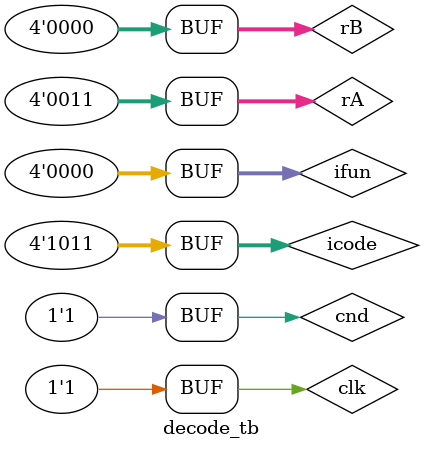
<source format=v>
`include "fetch.v"
`include "decode.v"
module decode_tb;
    //inputs
    reg clk;
    //outputs
     reg[3:0] icode,ifun,rA,rB;
    wire mem_error,invalid_instr;
    wire signed [63:0]valA,valB,valE;
    wire signed [63:0]valM;

    reg cnd = 1;
    wire signed[63:0] reg_f0,reg_f1,reg_f2,reg_f3,reg_f4,reg_f5,reg_f6,reg_f7,reg_f8,reg_f9,reg_f10,reg_f11,reg_f12,reg_f13,reg_f14;


////////////////////////////////////////////////////////////////////////////////////////////////////////////////////////////////////
decode decode_call(clk, icode, rA, rB,
              reg_f0,reg_f1,reg_f2,reg_f3,reg_f4,reg_f5,reg_f6,reg_f7,reg_f8,reg_f9,reg_f10,reg_f11,reg_f12,reg_f13,reg_f14,
              valA,valB,cnd,valM,valE);
///////////////////////////////////////////////////////////////////////////////////////////////////////////////////////////////////


// always #10 begin clk = ~clk; end //updating clk for 10ns

initial begin
    $dumpfile("decode_tb.vcd");
    $dumpvars(0, decode_tb);
    clk = 0;

end
initial begin
    #10
   clk=1; icode=4'b0001 ;ifun=4'b0000 ;rA=4'bxxxx ;rB=4'bxxxx; 
    #10
    clk=1; icode=4'b0010 ;ifun=4'b0000 ;rA=4'b0000 ;rB=4'b0001; 
#10
    clk=1; icode=4'b0011 ;ifun=4'b0000 ;rA=4'b0000 ;rB=4'b0010; 
#10
    clk=1; icode=4'b0110 ;ifun=4'b0000 ;rA=4'b0010 ;rB=4'b0011; 
#10
    clk=1; icode=4'b0111 ;ifun=4'b0000 ;rA=4'b0010 ;rB=4'b0011; 
#10
    clk=1; icode=4'b1000 ;ifun=4'b0000 ;rA=4'b0010 ;rB=4'b0011;
#10
    clk=1; icode=4'b1001 ;ifun=4'b0000 ;rA=4'b0010 ;rB=4'b0011;
#10
    clk=1; icode=4'b1010 ;ifun=4'b0000 ;rA=4'b0011 ;rB=4'b0000;
#10
    clk=1; icode=4'b1011 ;ifun=4'b0000 ;rA=4'b0011 ;rB=4'b0000;
#10
    clk=1; icode=4'b1011 ;ifun=4'b0000 ;rA=4'b0011 ;rB=4'b0000;
end
initial begin
 $monitor("clk=%d  icode=%h ifun=%h rA=%d rB=%d,,valA = %d and valB = %d\n",clk,icode,ifun,rA,rB,valA,valB);end

    
endmodule
</source>
